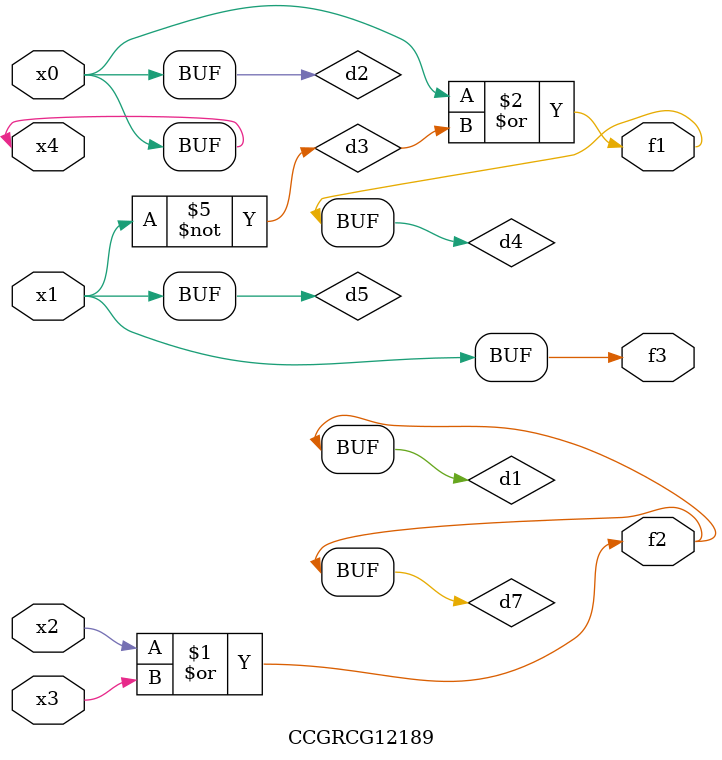
<source format=v>
module CCGRCG12189(
	input x0, x1, x2, x3, x4,
	output f1, f2, f3
);

	wire d1, d2, d3, d4, d5, d6, d7;

	or (d1, x2, x3);
	buf (d2, x0, x4);
	not (d3, x1);
	or (d4, d2, d3);
	not (d5, d3);
	nand (d6, d1, d3);
	or (d7, d1);
	assign f1 = d4;
	assign f2 = d7;
	assign f3 = d5;
endmodule

</source>
